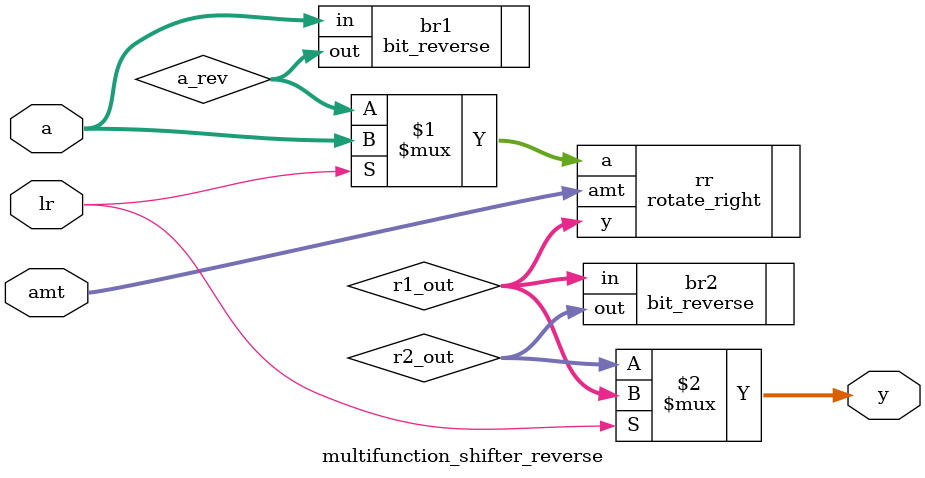
<source format=v>
module multifunction_shifter_reverse (
    input  wire [7:0] a,
    input  wire [2:0] amt,
    input  wire       lr,     // 1: rotate right, 0: rotate left
    output wire [7:0] y
);

wire [7:0] a_rev;
wire [7:0] r1_out;
wire [7:0] r2_out;

// Bit tersleme modülü (giriş verisini tersler)
bit_reverse br1 (
    .in(a),
    .out(a_rev)
);

// Rotate right modülü
rotate_right rr (
    .a(lr ? a : a_rev),  // Eğer lr=1 ise direkt a, lr=0 ise terslenmiş hali
    .amt(amt),
    .y(r1_out)
);

// Eğer lr = 1 ise rotate right sonucu direkt çıkışa gider,
// değilse tekrar terslenmiş hali çıkış olur (rotate left etkisi)
bit_reverse br2 (
    .in(r1_out),
    .out(r2_out)
);

assign y = lr ? r1_out : r2_out;

endmodule

</source>
